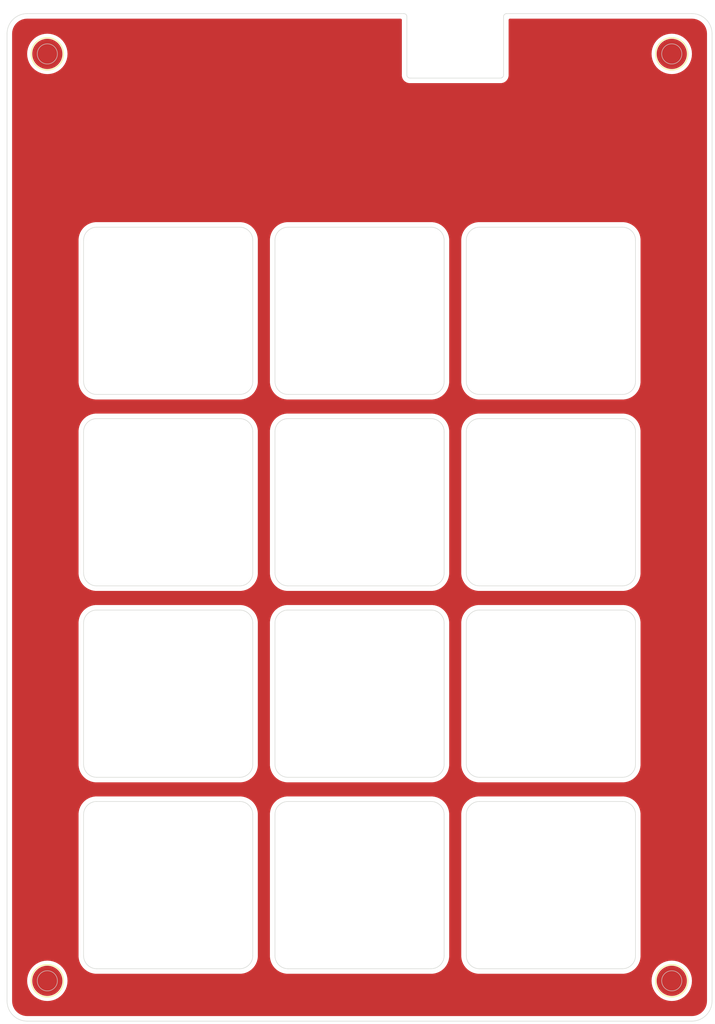
<source format=kicad_pcb>
(kicad_pcb (version 20221018) (generator pcbnew)
  (layers (0 "F.Cu" signal) (31 "B.Cu" signal) (34 "B.Paste" user) (35 "F.Paste" user) (36 "B.SilkS" user "B.Silkscreen") (37 "F.SilkS" user "F.Silkscreen") (38 "B.Mask" user) (39 "F.Mask" user) (44 "Edge.Cuts" user))
  (net 0 "")
  (net 1 "GND")
  (footprint "Connector_PinHeader_2.54mm:PinHeader_1x01_P2.54mm_Vertical" (layer "F.Cu") (at 63.7 44.7 -90)
    (fp_text reference "REF**" hide)
    (fp_text value "hole" hide)
    (fp_circle (center 0 0) (end 1 0) (stroke (width 0.05)) (fill none) (layer "Edge.Cuts"))
    (pad "1" smd circle (at 0 0 270) (size 3 3) (layers "F.Cu" "F.Paste" "F.Mask"))
  )
  (footprint "Connector_PinHeader_2.54mm:PinHeader_1x01_P2.54mm_Vertical" (layer "F.Cu") (at 125.7 136.7 -90)
    (fp_text reference "REF**" hide)
    (fp_text value "hole" hide)
    (fp_circle (center 0 0) (end 1 0) (stroke (width 0.05)) (fill none) (layer "Edge.Cuts"))
    (pad "1" smd circle (at 0 0 270) (size 3 3) (layers "F.Cu" "F.Paste" "F.Mask"))
  )
  (footprint "Connector_PinHeader_2.54mm:PinHeader_1x01_P2.54mm_Vertical" (layer "F.Cu") (at 63.7 136.7 -90)
    (fp_text reference "REF**" hide)
    (fp_text value "hole" hide)
    (fp_circle (center 0 0) (end 1 0) (stroke (width 0.05)) (fill none) (layer "Edge.Cuts"))
    (pad "1" smd circle (at 0 0 270) (size 3 3) (layers "F.Cu" "F.Paste" "F.Mask"))
  )
  (footprint "Connector_PinHeader_2.54mm:PinHeader_1x01_P2.54mm_Vertical" (layer "F.Cu") (at 125.7 44.7 -90)
    (fp_text reference "REF**" hide)
    (fp_text value "hole" hide)
    (fp_circle (center 0 0) (end 1 0) (stroke (width 0.05)) (fill none) (layer "Edge.Cuts"))
    (pad "1" smd circle (at 0 0 270) (size 3 3) (layers "F.Cu" "F.Paste" "F.Mask"))
  )
  (gr_circle (center 125.7 44.7) (end 125.7 43.1) (stroke (width 0.1)) (fill none) (layer "F.SilkS"))
  (gr_circle (center 63.7 44.7) (end 63.7 43.1) (stroke (width 0.1)) (fill none) (layer "F.SilkS"))
  (gr_circle (center 125.7 136.7) (end 125.7 135.1) (stroke (width 0.1)) (fill none) (layer "F.SilkS"))
  (gr_circle (center 63.7 136.7) (end 63.7 135.1) (stroke (width 0.1)) (fill none) (layer "F.SilkS"))
  (gr_arc (start 87.6 97.5) (mid 86.680761 97.119239) (end 86.3 96.2) (stroke (width 0.05)) (layer "Edge.Cuts"))
  (gr_arc (start 105.3 63.2) (mid 105.680761 62.280761) (end 106.6 61.9) (stroke (width 0.05)) (layer "Edge.Cuts"))
  (gr_arc (start 101.8 80.9) (mid 102.719239 81.280761) (end 103.1 82.2) (stroke (width 0.05)) (layer "Edge.Cuts"))
  (gr_line (start 105.3 115.2) (end 105.3 101.2) (stroke (width 0.05)) (layer "Edge.Cuts"))
  (gr_line (start 106.6 99.9) (end 120.8 99.9) (stroke (width 0.05)) (layer "Edge.Cuts"))
  (gr_line (start 122.1 120.2) (end 122.1 134.2) (stroke (width 0.05)) (layer "Edge.Cuts"))
  (gr_arc (start 67.3 120.2) (mid 67.680761 119.280761) (end 68.6 118.9) (stroke (width 0.05)) (layer "Edge.Cuts"))
  (gr_arc (start 129.7 138.7) (mid 129.114214 140.114214) (end 127.7 140.7) (stroke (width 0.05)) (layer "Edge.Cuts"))
  (gr_line (start 86.3 77.2) (end 86.3 63.2) (stroke (width 0.05)) (layer "Edge.Cuts"))
  (gr_arc (start 105.3 82.2) (mid 105.680761 81.280761) (end 106.6 80.9) (stroke (width 0.05)) (layer "Edge.Cuts"))
  (gr_line (start 101.8 78.5) (end 87.6 78.5) (stroke (width 0.05)) (layer "Edge.Cuts"))
  (gr_line (start 59.7 42.7) (end 59.7 138.7) (stroke (width 0.05)) (layer "Edge.Cuts"))
  (gr_arc (start 105.3 120.2) (mid 105.680761 119.280761) (end 106.6 118.9) (stroke (width 0.05)) (layer "Edge.Cuts"))
  (gr_arc (start 87.6 78.5) (mid 86.680761 78.119239) (end 86.3 77.2) (stroke (width 0.05)) (layer "Edge.Cuts"))
  (gr_arc (start 61.7 140.7) (mid 60.285786 140.114214) (end 59.7 138.7) (stroke (width 0.05)) (layer "Edge.Cuts"))
  (gr_line (start 106.6 118.9) (end 120.8 118.9) (stroke (width 0.05)) (layer "Edge.Cuts"))
  (gr_arc (start 68.6 97.5) (mid 67.680761 97.119239) (end 67.3 96.2) (stroke (width 0.05)) (layer "Edge.Cuts"))
  (gr_arc (start 122.1 115.2) (mid 121.719239 116.119239) (end 120.8 116.5) (stroke (width 0.05)) (layer "Edge.Cuts"))
  (gr_arc (start 109 41) (mid 109.087868 40.787868) (end 109.3 40.7) (stroke (width 0.05)) (layer "Edge.Cuts"))
  (gr_line (start 120.8 97.5) (end 106.6 97.5) (stroke (width 0.05)) (layer "Edge.Cuts"))
  (gr_line (start 122.1 82.2) (end 122.1 96.2) (stroke (width 0.05)) (layer "Edge.Cuts"))
  (gr_line (start 120.8 135.5) (end 106.6 135.5) (stroke (width 0.05)) (layer "Edge.Cuts"))
  (gr_arc (start 68.6 116.5) (mid 67.680761 116.119239) (end 67.3 115.2) (stroke (width 0.05)) (layer "Edge.Cuts"))
  (gr_line (start 68.6 80.9) (end 82.8 80.9) (stroke (width 0.05)) (layer "Edge.Cuts"))
  (gr_arc (start 106.6 97.5) (mid 105.680761 97.119239) (end 105.3 96.2) (stroke (width 0.05)) (layer "Edge.Cuts"))
  (gr_line (start 87.6 80.9) (end 101.8 80.9) (stroke (width 0.05)) (layer "Edge.Cuts"))
  (gr_line (start 87.6 61.9) (end 101.8 61.9) (stroke (width 0.05)) (layer "Edge.Cuts"))
  (gr_arc (start 84.1 96.2) (mid 83.719239 97.119239) (end 82.8 97.5) (stroke (width 0.05)) (layer "Edge.Cuts"))
  (gr_arc (start 106.6 116.5) (mid 105.680761 116.119239) (end 105.3 115.2) (stroke (width 0.05)) (layer "Edge.Cuts"))
  (gr_arc (start 101.8 61.9) (mid 102.719239 62.280761) (end 103.1 63.2) (stroke (width 0.05)) (layer "Edge.Cuts"))
  (gr_line (start 101.8 116.5) (end 87.6 116.5) (stroke (width 0.05)) (layer "Edge.Cuts"))
  (gr_line (start 84.1 63.2) (end 84.1 77.2) (stroke (width 0.05)) (layer "Edge.Cuts"))
  (gr_arc (start 67.3 82.2) (mid 67.680761 81.280761) (end 68.6 80.9) (stroke (width 0.05)) (layer "Edge.Cuts"))
  (gr_line (start 67.3 96.2) (end 67.3 82.2) (stroke (width 0.05)) (layer "Edge.Cuts"))
  (gr_arc (start 82.8 61.9) (mid 83.719239 62.280761) (end 84.1 63.2) (stroke (width 0.05)) (layer "Edge.Cuts"))
  (gr_arc (start 106.6 135.5) (mid 105.680761 135.119239) (end 105.3 134.2) (stroke (width 0.05)) (layer "Edge.Cuts"))
  (gr_line (start 68.6 99.9) (end 82.8 99.9) (stroke (width 0.05)) (layer "Edge.Cuts"))
  (gr_line (start 86.3 96.2) (end 86.3 82.2) (stroke (width 0.05)) (layer "Edge.Cuts"))
  (gr_line (start 106.6 61.9) (end 120.8 61.9) (stroke (width 0.05)) (layer "Edge.Cuts"))
  (gr_line (start 87.6 118.9) (end 101.8 118.9) (stroke (width 0.05)) (layer "Edge.Cuts"))
  (gr_line (start 67.3 77.2) (end 67.3 63.2) (stroke (width 0.05)) (layer "Edge.Cuts"))
  (gr_arc (start 87.6 135.5) (mid 86.680761 135.119239) (end 86.3 134.2) (stroke (width 0.05)) (layer "Edge.Cuts"))
  (gr_arc (start 84.1 134.2) (mid 83.719239 135.119239) (end 82.8 135.5) (stroke (width 0.05)) (layer "Edge.Cuts"))
  (gr_arc (start 68.6 135.5) (mid 67.680761 135.119239) (end 67.3 134.2) (stroke (width 0.05)) (layer "Edge.Cuts"))
  (gr_line (start 99.7 47.1) (end 108.7 47.1) (stroke (width 0.05)) (layer "Edge.Cuts"))
  (gr_line (start 99.4 41) (end 99.4 46.8) (stroke (width 0.05)) (layer "Edge.Cuts"))
  (gr_arc (start 103.1 134.2) (mid 102.719239 135.119239) (end 101.8 135.5) (stroke (width 0.05)) (layer "Edge.Cuts"))
  (gr_arc (start 101.8 99.9) (mid 102.719239 100.280761) (end 103.1 101.2) (stroke (width 0.05)) (layer "Edge.Cuts"))
  (gr_line (start 84.1 120.2) (end 84.1 134.2) (stroke (width 0.05)) (layer "Edge.Cuts"))
  (gr_arc (start 103.1 77.2) (mid 102.719239 78.119239) (end 101.8 78.5) (stroke (width 0.05)) (layer "Edge.Cuts"))
  (gr_arc (start 84.1 115.2) (mid 83.719239 116.119239) (end 82.8 116.5) (stroke (width 0.05)) (layer "Edge.Cuts"))
  (gr_arc (start 103.1 115.2) (mid 102.719239 116.119239) (end 101.8 116.5) (stroke (width 0.05)) (layer "Edge.Cuts"))
  (gr_line (start 103.1 82.2) (end 103.1 96.2) (stroke (width 0.05)) (layer "Edge.Cuts"))
  (gr_line (start 67.3 134.2) (end 67.3 120.2) (stroke (width 0.05)) (layer "Edge.Cuts"))
  (gr_arc (start 67.3 101.2) (mid 67.680761 100.280761) (end 68.6 99.9) (stroke (width 0.05)) (layer "Edge.Cuts"))
  (gr_line (start 61.7 140.7) (end 127.7 140.7) (stroke (width 0.05)) (layer "Edge.Cuts"))
  (gr_arc (start 59.7 42.7) (mid 60.285786 41.285786) (end 61.7 40.7) (stroke (width 0.05)) (layer "Edge.Cuts"))
  (gr_arc (start 87.6 116.5) (mid 86.680761 116.119239) (end 86.3 115.2) (stroke (width 0.05)) (layer "Edge.Cuts"))
  (gr_line (start 87.6 99.9) (end 101.8 99.9) (stroke (width 0.05)) (layer "Edge.Cuts"))
  (gr_line (start 101.8 135.5) (end 87.6 135.5) (stroke (width 0.05)) (layer "Edge.Cuts"))
  (gr_line (start 106.6 80.9) (end 120.8 80.9) (stroke (width 0.05)) (layer "Edge.Cuts"))
  (gr_arc (start 82.8 80.9) (mid 83.719239 81.280761) (end 84.1 82.2) (stroke (width 0.05)) (layer "Edge.Cuts"))
  (gr_line (start 82.8 97.5) (end 68.6 97.5) (stroke (width 0.05)) (layer "Edge.Cuts"))
  (gr_line (start 105.3 134.2) (end 105.3 120.2) (stroke (width 0.05)) (layer "Edge.Cuts"))
  (gr_arc (start 68.6 78.5) (mid 67.680761 78.119239) (end 67.3 77.2) (stroke (width 0.05)) (layer "Edge.Cuts"))
  (gr_line (start 67.3 115.2) (end 67.3 101.2) (stroke (width 0.05)) (layer "Edge.Cuts"))
  (gr_arc (start 122.1 77.2) (mid 121.719239 78.119239) (end 120.8 78.5) (stroke (width 0.05)) (layer "Edge.Cuts"))
  (gr_line (start 109.3 40.7) (end 127.7 40.7) (stroke (width 0.05)) (layer "Edge.Cuts"))
  (gr_line (start 120.8 78.5) (end 106.6 78.5) (stroke (width 0.05)) (layer "Edge.Cuts"))
  (gr_arc (start 86.3 101.2) (mid 86.680761 100.280761) (end 87.6 99.9) (stroke (width 0.05)) (layer "Edge.Cuts"))
  (gr_arc (start 99.7 47.1) (mid 99.487868 47.012132) (end 99.4 46.8) (stroke (width 0.05)) (layer "Edge.Cuts"))
  (gr_arc (start 86.3 63.2) (mid 86.680761 62.280761) (end 87.6 61.9) (stroke (width 0.05)) (layer "Edge.Cuts"))
  (gr_line (start 103.1 120.2) (end 103.1 134.2) (stroke (width 0.05)) (layer "Edge.Cuts"))
  (gr_line (start 86.3 134.2) (end 86.3 120.2) (stroke (width 0.05)) (layer "Edge.Cuts"))
  (gr_line (start 68.6 61.9) (end 82.8 61.9) (stroke (width 0.05)) (layer "Edge.Cuts"))
  (gr_arc (start 106.6 78.5) (mid 105.680761 78.119239) (end 105.3 77.2) (stroke (width 0.05)) (layer "Edge.Cuts"))
  (gr_line (start 82.8 116.5) (end 68.6 116.5) (stroke (width 0.05)) (layer "Edge.Cuts"))
  (gr_arc (start 84.1 77.2) (mid 83.719239 78.119239) (end 82.8 78.5) (stroke (width 0.05)) (layer "Edge.Cuts"))
  (gr_line (start 68.6 118.9) (end 82.8 118.9) (stroke (width 0.05)) (layer "Edge.Cuts"))
  (gr_line (start 120.8 116.5) (end 106.6 116.5) (stroke (width 0.05)) (layer "Edge.Cuts"))
  (gr_line (start 109 46.8) (end 109 41) (stroke (width 0.05)) (layer "Edge.Cuts"))
  (gr_arc (start 82.8 99.9) (mid 83.719239 100.280761) (end 84.1 101.2) (stroke (width 0.05)) (layer "Edge.Cuts"))
  (gr_line (start 129.7 42.7) (end 129.7 138.7) (stroke (width 0.05)) (layer "Edge.Cuts"))
  (gr_line (start 122.1 101.2) (end 122.1 115.2) (stroke (width 0.05)) (layer "Edge.Cuts"))
  (gr_line (start 103.1 101.2) (end 103.1 115.2) (stroke (width 0.05)) (layer "Edge.Cuts"))
  (gr_arc (start 67.3 63.2) (mid 67.680761 62.280761) (end 68.6 61.9) (stroke (width 0.05)) (layer "Edge.Cuts"))
  (gr_arc (start 120.8 99.9) (mid 121.719239 100.280761) (end 122.1 101.2) (stroke (width 0.05)) (layer "Edge.Cuts"))
  (gr_arc (start 122.1 96.2) (mid 121.719239 97.119239) (end 120.8 97.5) (stroke (width 0.05)) (layer "Edge.Cuts"))
  (gr_arc (start 105.3 101.2) (mid 105.680761 100.280761) (end 106.6 99.9) (stroke (width 0.05)) (layer "Edge.Cuts"))
  (gr_line (start 84.1 101.2) (end 84.1 115.2) (stroke (width 0.05)) (layer "Edge.Cuts"))
  (gr_line (start 103.1 63.2) (end 103.1 77.2) (stroke (width 0.05)) (layer "Edge.Cuts"))
  (gr_arc (start 86.3 82.2) (mid 86.680761 81.280761) (end 87.6 80.9) (stroke (width 0.05)) (layer "Edge.Cuts"))
  (gr_arc (start 101.8 118.9) (mid 102.719239 119.280761) (end 103.1 120.2) (stroke (width 0.05)) (layer "Edge.Cuts"))
  (gr_arc (start 120.8 61.9) (mid 121.719239 62.280761) (end 122.1 63.2) (stroke (width 0.05)) (layer "Edge.Cuts"))
  (gr_arc (start 120.8 118.9) (mid 121.719239 119.280761) (end 122.1 120.2) (stroke (width 0.05)) (layer "Edge.Cuts"))
  (gr_line (start 84.1 82.2) (end 84.1 96.2) (stroke (width 0.05)) (layer "Edge.Cuts"))
  (gr_line (start 101.8 97.5) (end 87.6 97.5) (stroke (width 0.05)) (layer "Edge.Cuts"))
  (gr_line (start 82.8 135.5) (end 68.6 135.5) (stroke (width 0.05)) (layer "Edge.Cuts"))
  (gr_arc (start 120.8 80.9) (mid 121.719239 81.280761) (end 122.1 82.2) (stroke (width 0.05)) (layer "Edge.Cuts"))
  (gr_arc (start 122.1 134.2) (mid 121.719239 135.119239) (end 120.8 135.5) (stroke (width 0.05)) (layer "Edge.Cuts"))
  (gr_arc (start 86.3 120.2) (mid 86.680761 119.280761) (end 87.6 118.9) (stroke (width 0.05)) (layer "Edge.Cuts"))
  (gr_arc (start 103.1 96.2) (mid 102.719239 97.119239) (end 101.8 97.5) (stroke (width 0.05)) (layer "Edge.Cuts"))
  (gr_line (start 105.3 77.2) (end 105.3 63.2) (stroke (width 0.05)) (layer "Edge.Cuts"))
  (gr_arc (start 99.1 40.7) (mid 99.312132 40.787868) (end 99.4 41) (stroke (width 0.05)) (layer "Edge.Cuts"))
  (gr_line (start 61.7 40.7) (end 99.1 40.7) (stroke (width 0.05)) (layer "Edge.Cuts"))
  (gr_arc (start 127.7 40.7) (mid 129.114214 41.285786) (end 129.7 42.7) (stroke (width 0.05)) (layer "Edge.Cuts"))
  (gr_arc (start 82.8 118.9) (mid 83.719239 119.280761) (end 84.1 120.2) (stroke (width 0.05)) (layer "Edge.Cuts"))
  (gr_line (start 105.3 96.2) (end 105.3 82.2) (stroke (width 0.05)) (layer "Edge.Cuts"))
  (gr_line (start 86.3 115.2) (end 86.3 101.2) (stroke (width 0.05)) (layer "Edge.Cuts"))
  (gr_line (start 122.1 63.2) (end 122.1 77.2) (stroke (width 0.05)) (layer "Edge.Cuts"))
  (gr_line (start 82.8 78.5) (end 68.6 78.5) (stroke (width 0.05)) (layer "Edge.Cuts"))
  (gr_arc (start 109 46.8) (mid 108.912132 47.012132) (end 108.7 47.1) (stroke (width 0.05)) (layer "Edge.Cuts"))
  (zone (net 1) (net_name "GND") (layer "F.Cu") (connect_pads (clearance 0.5)) (min_thickness 0.25) (fill yes (thermal_gap 0.5) (thermal_bridge_width 0.5) (island_removal_mode 1) (island_area_min 10))
    (polygon (pts (xy 59 40) (xy 130 40) (xy 130 141) (xy 59 141)))
  )
)
</source>
